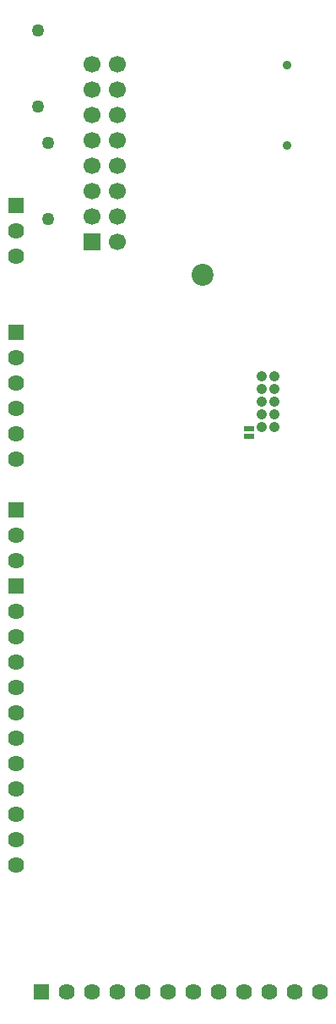
<source format=gbs>
G04 DipTrace 2.4.0.2*
%INcodec_rev2.GBS*%
%MOIN*%
%ADD30R,0.0638X0.0638*%
%ADD31C,0.0638*%
%ADD32R,0.0669X0.0669*%
%ADD33C,0.0669*%
%ADD38R,0.0394X0.0236*%
%ADD39C,0.05*%
%ADD40C,0.05*%
%ADD45C,0.042*%
%ADD52C,0.0866*%
%ADD53C,0.0354*%
%FSLAX44Y44*%
G04*
G70*
G90*
G75*
G01*
%LNBotMask*%
%LPD*%
D52*
X7874Y28740D3*
D30*
X500Y19502D3*
D31*
Y18502D3*
Y17502D3*
D30*
Y26500D3*
D31*
Y25500D3*
Y24500D3*
Y23500D3*
Y22500D3*
Y21500D3*
D30*
Y31500D3*
D31*
Y30500D3*
Y29500D3*
D32*
X3500Y30066D3*
D33*
X4500D3*
X3500Y31066D3*
X4500D3*
X3500Y32066D3*
X4500D3*
X3500Y33066D3*
X4500D3*
X3500Y34066D3*
X4500D3*
X3500Y35066D3*
X4500D3*
X3500Y36066D3*
X4500D3*
X3500Y37066D3*
X4500D3*
D53*
X11197Y33857D3*
Y37006D3*
D38*
X9689Y22377D3*
Y22692D3*
D30*
X500Y16500D3*
D31*
Y15500D3*
Y14500D3*
Y13500D3*
Y12500D3*
Y11500D3*
Y10500D3*
Y9500D3*
Y8500D3*
Y7500D3*
Y6500D3*
Y5500D3*
D30*
X1501Y500D3*
D31*
X2501D3*
X3501D3*
X4501D3*
X5501D3*
X6501D3*
X7501D3*
X8501D3*
X9501D3*
X10501D3*
X11501D3*
X12501D3*
D39*
X1375Y38379D3*
D40*
Y35379D3*
D39*
X1750Y30941D3*
D40*
Y33941D3*
D45*
X10189Y24753D3*
X10689D3*
X10189Y24253D3*
X10689D3*
X10189Y23753D3*
X10689D3*
X10189Y23253D3*
X10689D3*
X10189Y22753D3*
X10689D3*
M02*

</source>
